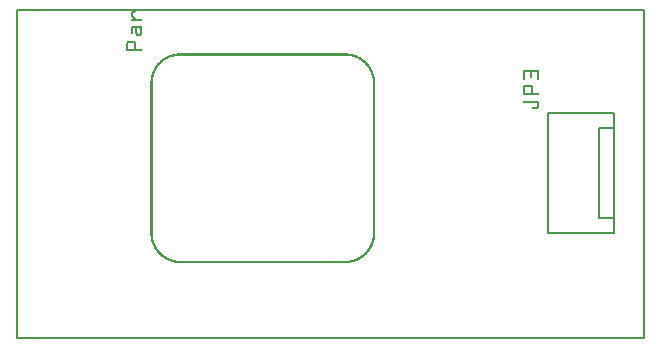
<source format=gto>
G04 MADE WITH FRITZING*
G04 WWW.FRITZING.ORG*
G04 DOUBLE SIDED*
G04 HOLES PLATED*
G04 CONTOUR ON CENTER OF CONTOUR VECTOR*
%ASAXBY*%
%FSLAX23Y23*%
%MOIN*%
%OFA0B0*%
%SFA1.0B1.0*%
%ADD10R,2.099290X1.100650X2.083290X1.084650*%
%ADD11C,0.008000*%
%ADD12C,0.005000*%
%ADD13R,0.001000X0.001000*%
%LNSILK1*%
G90*
G70*
G54D11*
X4Y1097D02*
X2095Y1097D01*
X2095Y4D01*
X4Y4D01*
X4Y1097D01*
D02*
G54D12*
X1774Y351D02*
X1994Y351D01*
D02*
X1774Y751D02*
X1994Y751D01*
D02*
X1774Y751D02*
X1774Y351D01*
D02*
X1994Y751D02*
X1994Y701D01*
D02*
X1994Y701D02*
X1994Y401D01*
D02*
X1994Y401D02*
X1994Y351D01*
D02*
X1994Y401D02*
X1944Y401D01*
D02*
X1944Y401D02*
X1944Y701D01*
D02*
X1944Y701D02*
X1994Y701D01*
G54D13*
X390Y1093D02*
X397Y1093D01*
X389Y1092D02*
X398Y1092D01*
X387Y1091D02*
X399Y1091D01*
X386Y1090D02*
X399Y1090D01*
X386Y1089D02*
X398Y1089D01*
X385Y1088D02*
X398Y1088D01*
X385Y1087D02*
X396Y1087D01*
X384Y1086D02*
X391Y1086D01*
X384Y1085D02*
X390Y1085D01*
X384Y1084D02*
X390Y1084D01*
X384Y1083D02*
X390Y1083D01*
X384Y1082D02*
X390Y1082D01*
X384Y1081D02*
X390Y1081D01*
X384Y1080D02*
X390Y1080D01*
X384Y1079D02*
X390Y1079D01*
X384Y1078D02*
X390Y1078D01*
X384Y1077D02*
X391Y1077D01*
X384Y1076D02*
X391Y1076D01*
X384Y1075D02*
X392Y1075D01*
X385Y1074D02*
X393Y1074D01*
X386Y1073D02*
X394Y1073D01*
X387Y1072D02*
X395Y1072D01*
X387Y1071D02*
X396Y1071D01*
X388Y1070D02*
X397Y1070D01*
X389Y1069D02*
X397Y1069D01*
X390Y1068D02*
X398Y1068D01*
X391Y1067D02*
X399Y1067D01*
X386Y1066D02*
X420Y1066D01*
X385Y1065D02*
X421Y1065D01*
X384Y1064D02*
X422Y1064D01*
X384Y1063D02*
X422Y1063D01*
X384Y1062D02*
X422Y1062D01*
X384Y1061D02*
X422Y1061D01*
X385Y1060D02*
X421Y1060D01*
X396Y1043D02*
X421Y1043D01*
X390Y1042D02*
X422Y1042D01*
X388Y1041D02*
X422Y1041D01*
X387Y1040D02*
X422Y1040D01*
X386Y1039D02*
X422Y1039D01*
X385Y1038D02*
X421Y1038D01*
X385Y1037D02*
X420Y1037D01*
X385Y1036D02*
X396Y1036D01*
X399Y1036D02*
X407Y1036D01*
X412Y1036D02*
X419Y1036D01*
X384Y1035D02*
X391Y1035D01*
X399Y1035D02*
X405Y1035D01*
X413Y1035D02*
X420Y1035D01*
X384Y1034D02*
X390Y1034D01*
X399Y1034D02*
X405Y1034D01*
X413Y1034D02*
X421Y1034D01*
X384Y1033D02*
X390Y1033D01*
X399Y1033D02*
X405Y1033D01*
X414Y1033D02*
X421Y1033D01*
X384Y1032D02*
X390Y1032D01*
X399Y1032D02*
X405Y1032D01*
X415Y1032D02*
X422Y1032D01*
X384Y1031D02*
X390Y1031D01*
X399Y1031D02*
X405Y1031D01*
X415Y1031D02*
X422Y1031D01*
X384Y1030D02*
X390Y1030D01*
X399Y1030D02*
X405Y1030D01*
X416Y1030D02*
X422Y1030D01*
X384Y1029D02*
X390Y1029D01*
X399Y1029D02*
X405Y1029D01*
X416Y1029D02*
X422Y1029D01*
X384Y1028D02*
X390Y1028D01*
X399Y1028D02*
X405Y1028D01*
X416Y1028D02*
X422Y1028D01*
X384Y1027D02*
X390Y1027D01*
X399Y1027D02*
X405Y1027D01*
X416Y1027D02*
X422Y1027D01*
X384Y1026D02*
X390Y1026D01*
X399Y1026D02*
X405Y1026D01*
X416Y1026D02*
X422Y1026D01*
X384Y1025D02*
X390Y1025D01*
X399Y1025D02*
X405Y1025D01*
X416Y1025D02*
X422Y1025D01*
X384Y1024D02*
X390Y1024D01*
X399Y1024D02*
X405Y1024D01*
X416Y1024D02*
X422Y1024D01*
X384Y1023D02*
X390Y1023D01*
X399Y1023D02*
X405Y1023D01*
X416Y1023D02*
X422Y1023D01*
X384Y1022D02*
X390Y1022D01*
X399Y1022D02*
X405Y1022D01*
X416Y1022D02*
X422Y1022D01*
X384Y1021D02*
X390Y1021D01*
X399Y1021D02*
X405Y1021D01*
X416Y1021D02*
X422Y1021D01*
X384Y1020D02*
X390Y1020D01*
X399Y1020D02*
X405Y1020D01*
X416Y1020D02*
X422Y1020D01*
X384Y1019D02*
X390Y1019D01*
X399Y1019D02*
X405Y1019D01*
X416Y1019D02*
X422Y1019D01*
X384Y1018D02*
X389Y1018D01*
X399Y1018D02*
X405Y1018D01*
X416Y1018D02*
X422Y1018D01*
X385Y1017D02*
X389Y1017D01*
X399Y1017D02*
X406Y1017D01*
X415Y1017D02*
X422Y1017D01*
X399Y1016D02*
X422Y1016D01*
X400Y1015D02*
X421Y1015D01*
X400Y1014D02*
X421Y1014D01*
X401Y1013D02*
X420Y1013D01*
X402Y1012D02*
X419Y1012D01*
X403Y1011D02*
X418Y1011D01*
X405Y1010D02*
X416Y1010D01*
X376Y993D02*
X395Y993D01*
X374Y992D02*
X397Y992D01*
X373Y991D02*
X398Y991D01*
X372Y990D02*
X399Y990D01*
X371Y989D02*
X400Y989D01*
X370Y988D02*
X401Y988D01*
X370Y987D02*
X401Y987D01*
X370Y986D02*
X377Y986D01*
X394Y986D02*
X401Y986D01*
X369Y985D02*
X376Y985D01*
X395Y985D02*
X402Y985D01*
X369Y984D02*
X375Y984D01*
X396Y984D02*
X402Y984D01*
X369Y983D02*
X375Y983D01*
X396Y983D02*
X402Y983D01*
X369Y982D02*
X375Y982D01*
X396Y982D02*
X402Y982D01*
X369Y981D02*
X375Y981D01*
X396Y981D02*
X402Y981D01*
X369Y980D02*
X375Y980D01*
X396Y980D02*
X402Y980D01*
X369Y979D02*
X375Y979D01*
X396Y979D02*
X402Y979D01*
X369Y978D02*
X375Y978D01*
X396Y978D02*
X402Y978D01*
X369Y977D02*
X375Y977D01*
X396Y977D02*
X402Y977D01*
X369Y976D02*
X375Y976D01*
X396Y976D02*
X402Y976D01*
X369Y975D02*
X375Y975D01*
X396Y975D02*
X402Y975D01*
X369Y974D02*
X375Y974D01*
X396Y974D02*
X402Y974D01*
X369Y973D02*
X375Y973D01*
X396Y973D02*
X402Y973D01*
X369Y972D02*
X375Y972D01*
X396Y972D02*
X402Y972D01*
X369Y971D02*
X375Y971D01*
X396Y971D02*
X402Y971D01*
X369Y970D02*
X375Y970D01*
X396Y970D02*
X402Y970D01*
X369Y969D02*
X375Y969D01*
X396Y969D02*
X402Y969D01*
X369Y968D02*
X375Y968D01*
X396Y968D02*
X402Y968D01*
X369Y967D02*
X375Y967D01*
X396Y967D02*
X402Y967D01*
X369Y966D02*
X420Y966D01*
X369Y965D02*
X421Y965D01*
X369Y964D02*
X422Y964D01*
X369Y963D02*
X422Y963D01*
X369Y962D02*
X422Y962D01*
X369Y961D02*
X422Y961D01*
X369Y960D02*
X421Y960D01*
X539Y951D02*
X1108Y951D01*
X532Y950D02*
X1115Y950D01*
X527Y949D02*
X1120Y949D01*
X523Y948D02*
X1124Y948D01*
X520Y947D02*
X1127Y947D01*
X517Y946D02*
X1130Y946D01*
X514Y945D02*
X1133Y945D01*
X511Y944D02*
X1136Y944D01*
X509Y943D02*
X538Y943D01*
X1109Y943D02*
X1138Y943D01*
X507Y942D02*
X531Y942D01*
X1116Y942D02*
X1140Y942D01*
X505Y941D02*
X526Y941D01*
X1121Y941D02*
X1142Y941D01*
X503Y940D02*
X523Y940D01*
X1124Y940D02*
X1144Y940D01*
X501Y939D02*
X519Y939D01*
X1128Y939D02*
X1146Y939D01*
X499Y938D02*
X516Y938D01*
X1131Y938D02*
X1148Y938D01*
X497Y937D02*
X514Y937D01*
X1133Y937D02*
X1150Y937D01*
X496Y936D02*
X512Y936D01*
X1135Y936D02*
X1151Y936D01*
X494Y935D02*
X509Y935D01*
X1138Y935D02*
X1153Y935D01*
X493Y934D02*
X507Y934D01*
X1140Y934D02*
X1154Y934D01*
X491Y933D02*
X505Y933D01*
X1142Y933D02*
X1156Y933D01*
X490Y932D02*
X503Y932D01*
X1144Y932D02*
X1157Y932D01*
X489Y931D02*
X502Y931D01*
X1145Y931D02*
X1158Y931D01*
X487Y930D02*
X500Y930D01*
X1147Y930D02*
X1160Y930D01*
X486Y929D02*
X498Y929D01*
X1149Y929D02*
X1161Y929D01*
X485Y928D02*
X497Y928D01*
X1150Y928D02*
X1162Y928D01*
X483Y927D02*
X495Y927D01*
X1152Y927D02*
X1164Y927D01*
X482Y926D02*
X494Y926D01*
X1153Y926D02*
X1165Y926D01*
X481Y925D02*
X493Y925D01*
X1154Y925D02*
X1166Y925D01*
X480Y924D02*
X491Y924D01*
X1156Y924D02*
X1167Y924D01*
X479Y923D02*
X490Y923D01*
X1157Y923D02*
X1168Y923D01*
X478Y922D02*
X489Y922D01*
X1158Y922D02*
X1169Y922D01*
X477Y921D02*
X488Y921D01*
X1159Y921D02*
X1170Y921D01*
X476Y920D02*
X487Y920D01*
X1160Y920D02*
X1171Y920D01*
X475Y919D02*
X486Y919D01*
X1161Y919D02*
X1172Y919D01*
X474Y918D02*
X485Y918D01*
X1162Y918D02*
X1173Y918D01*
X473Y917D02*
X483Y917D01*
X1164Y917D02*
X1174Y917D01*
X473Y916D02*
X482Y916D01*
X1165Y916D02*
X1174Y916D01*
X472Y915D02*
X482Y915D01*
X1165Y915D02*
X1175Y915D01*
X471Y914D02*
X481Y914D01*
X1166Y914D02*
X1176Y914D01*
X470Y913D02*
X480Y913D01*
X1167Y913D02*
X1177Y913D01*
X470Y912D02*
X479Y912D01*
X1168Y912D02*
X1177Y912D01*
X469Y911D02*
X478Y911D01*
X1169Y911D02*
X1178Y911D01*
X468Y910D02*
X477Y910D01*
X1170Y910D02*
X1179Y910D01*
X467Y909D02*
X476Y909D01*
X1171Y909D02*
X1180Y909D01*
X467Y908D02*
X475Y908D01*
X1172Y908D02*
X1180Y908D01*
X466Y907D02*
X475Y907D01*
X1172Y907D02*
X1181Y907D01*
X465Y906D02*
X474Y906D01*
X1173Y906D02*
X1182Y906D01*
X465Y905D02*
X473Y905D01*
X1174Y905D02*
X1182Y905D01*
X464Y904D02*
X472Y904D01*
X1175Y904D02*
X1183Y904D01*
X463Y903D02*
X472Y903D01*
X1175Y903D02*
X1184Y903D01*
X463Y902D02*
X471Y902D01*
X1176Y902D02*
X1184Y902D01*
X462Y901D02*
X470Y901D01*
X1177Y901D02*
X1185Y901D01*
X462Y900D02*
X470Y900D01*
X1177Y900D02*
X1185Y900D01*
X461Y899D02*
X469Y899D01*
X1178Y899D02*
X1186Y899D01*
X461Y898D02*
X469Y898D01*
X1178Y898D02*
X1186Y898D01*
X460Y897D02*
X468Y897D01*
X1179Y897D02*
X1187Y897D01*
X460Y896D02*
X467Y896D01*
X1180Y896D02*
X1187Y896D01*
X1696Y896D02*
X1713Y896D01*
X1723Y896D02*
X1740Y896D01*
X459Y895D02*
X467Y895D01*
X1180Y895D02*
X1188Y895D01*
X1694Y895D02*
X1716Y895D01*
X1720Y895D02*
X1742Y895D01*
X459Y894D02*
X466Y894D01*
X1181Y894D02*
X1188Y894D01*
X1693Y894D02*
X1717Y894D01*
X1719Y894D02*
X1743Y894D01*
X458Y893D02*
X466Y893D01*
X1181Y893D02*
X1189Y893D01*
X1693Y893D02*
X1744Y893D01*
X458Y892D02*
X465Y892D01*
X1182Y892D02*
X1189Y892D01*
X1692Y892D02*
X1744Y892D01*
X457Y891D02*
X465Y891D01*
X1182Y891D02*
X1190Y891D01*
X1692Y891D02*
X1744Y891D01*
X457Y890D02*
X464Y890D01*
X1183Y890D02*
X1190Y890D01*
X1692Y890D02*
X1745Y890D01*
X456Y889D02*
X464Y889D01*
X1183Y889D02*
X1191Y889D01*
X1692Y889D02*
X1698Y889D01*
X1713Y889D02*
X1723Y889D01*
X1739Y889D02*
X1745Y889D01*
X456Y888D02*
X464Y888D01*
X1183Y888D02*
X1191Y888D01*
X1692Y888D02*
X1698Y888D01*
X1714Y888D02*
X1722Y888D01*
X1739Y888D02*
X1745Y888D01*
X456Y887D02*
X463Y887D01*
X1184Y887D02*
X1191Y887D01*
X1692Y887D02*
X1698Y887D01*
X1715Y887D02*
X1721Y887D01*
X1739Y887D02*
X1745Y887D01*
X455Y886D02*
X463Y886D01*
X1184Y886D02*
X1192Y886D01*
X1692Y886D02*
X1698Y886D01*
X1715Y886D02*
X1721Y886D01*
X1739Y886D02*
X1745Y886D01*
X455Y885D02*
X462Y885D01*
X1185Y885D02*
X1192Y885D01*
X1692Y885D02*
X1698Y885D01*
X1715Y885D02*
X1721Y885D01*
X1739Y885D02*
X1745Y885D01*
X455Y884D02*
X462Y884D01*
X1185Y884D02*
X1192Y884D01*
X1692Y884D02*
X1698Y884D01*
X1715Y884D02*
X1721Y884D01*
X1739Y884D02*
X1745Y884D01*
X454Y883D02*
X461Y883D01*
X1186Y883D02*
X1193Y883D01*
X1692Y883D02*
X1698Y883D01*
X1715Y883D02*
X1721Y883D01*
X1739Y883D02*
X1745Y883D01*
X454Y882D02*
X461Y882D01*
X1186Y882D02*
X1193Y882D01*
X1692Y882D02*
X1698Y882D01*
X1715Y882D02*
X1721Y882D01*
X1739Y882D02*
X1745Y882D01*
X454Y881D02*
X461Y881D01*
X1186Y881D02*
X1193Y881D01*
X1692Y881D02*
X1698Y881D01*
X1715Y881D02*
X1721Y881D01*
X1739Y881D02*
X1745Y881D01*
X453Y880D02*
X460Y880D01*
X1187Y880D02*
X1194Y880D01*
X1692Y880D02*
X1698Y880D01*
X1715Y880D02*
X1721Y880D01*
X1739Y880D02*
X1745Y880D01*
X453Y879D02*
X460Y879D01*
X1187Y879D02*
X1194Y879D01*
X1692Y879D02*
X1698Y879D01*
X1715Y879D02*
X1721Y879D01*
X1739Y879D02*
X1745Y879D01*
X453Y878D02*
X460Y878D01*
X1187Y878D02*
X1194Y878D01*
X1692Y878D02*
X1698Y878D01*
X1715Y878D02*
X1721Y878D01*
X1739Y878D02*
X1745Y878D01*
X452Y877D02*
X460Y877D01*
X1187Y877D02*
X1195Y877D01*
X1692Y877D02*
X1698Y877D01*
X1715Y877D02*
X1721Y877D01*
X1739Y877D02*
X1745Y877D01*
X452Y876D02*
X459Y876D01*
X1188Y876D02*
X1195Y876D01*
X1692Y876D02*
X1698Y876D01*
X1715Y876D02*
X1721Y876D01*
X1739Y876D02*
X1745Y876D01*
X452Y875D02*
X459Y875D01*
X1188Y875D02*
X1195Y875D01*
X1692Y875D02*
X1698Y875D01*
X1715Y875D02*
X1721Y875D01*
X1739Y875D02*
X1745Y875D01*
X452Y874D02*
X459Y874D01*
X1188Y874D02*
X1195Y874D01*
X1692Y874D02*
X1698Y874D01*
X1715Y874D02*
X1721Y874D01*
X1739Y874D02*
X1745Y874D01*
X451Y873D02*
X458Y873D01*
X1189Y873D02*
X1196Y873D01*
X1692Y873D02*
X1698Y873D01*
X1715Y873D02*
X1721Y873D01*
X1739Y873D02*
X1745Y873D01*
X451Y872D02*
X458Y872D01*
X1189Y872D02*
X1196Y872D01*
X1692Y872D02*
X1698Y872D01*
X1715Y872D02*
X1721Y872D01*
X1739Y872D02*
X1745Y872D01*
X451Y871D02*
X458Y871D01*
X1189Y871D02*
X1196Y871D01*
X1692Y871D02*
X1698Y871D01*
X1715Y871D02*
X1721Y871D01*
X1739Y871D02*
X1745Y871D01*
X451Y870D02*
X458Y870D01*
X1189Y870D02*
X1196Y870D01*
X1692Y870D02*
X1698Y870D01*
X1716Y870D02*
X1720Y870D01*
X1739Y870D02*
X1745Y870D01*
X451Y869D02*
X458Y869D01*
X1189Y869D02*
X1196Y869D01*
X1692Y869D02*
X1698Y869D01*
X1717Y869D02*
X1719Y869D01*
X1739Y869D02*
X1745Y869D01*
X450Y868D02*
X457Y868D01*
X1190Y868D02*
X1197Y868D01*
X1692Y868D02*
X1698Y868D01*
X1739Y868D02*
X1745Y868D01*
X450Y867D02*
X457Y867D01*
X1190Y867D02*
X1197Y867D01*
X1692Y867D02*
X1698Y867D01*
X1739Y867D02*
X1745Y867D01*
X450Y866D02*
X457Y866D01*
X1190Y866D02*
X1197Y866D01*
X1692Y866D02*
X1698Y866D01*
X1739Y866D02*
X1745Y866D01*
X450Y865D02*
X457Y865D01*
X1190Y865D02*
X1197Y865D01*
X1692Y865D02*
X1697Y865D01*
X1739Y865D02*
X1745Y865D01*
X450Y864D02*
X457Y864D01*
X1190Y864D02*
X1197Y864D01*
X1692Y864D02*
X1697Y864D01*
X1739Y864D02*
X1744Y864D01*
X450Y863D02*
X457Y863D01*
X1190Y863D02*
X1197Y863D01*
X1693Y863D02*
X1697Y863D01*
X1740Y863D02*
X1744Y863D01*
X450Y862D02*
X457Y862D01*
X1190Y862D02*
X1197Y862D01*
X1694Y862D02*
X1695Y862D01*
X1741Y862D02*
X1742Y862D01*
X450Y861D02*
X456Y861D01*
X1191Y861D02*
X1197Y861D01*
X449Y860D02*
X456Y860D01*
X1191Y860D02*
X1198Y860D01*
X449Y859D02*
X456Y859D01*
X1191Y859D02*
X1198Y859D01*
X449Y858D02*
X456Y858D01*
X1191Y858D02*
X1198Y858D01*
X449Y857D02*
X456Y857D01*
X1191Y857D02*
X1198Y857D01*
X449Y856D02*
X456Y856D01*
X1191Y856D02*
X1198Y856D01*
X449Y855D02*
X456Y855D01*
X1191Y855D02*
X1198Y855D01*
X449Y854D02*
X456Y854D01*
X1191Y854D02*
X1198Y854D01*
X449Y853D02*
X456Y853D01*
X1191Y853D02*
X1198Y853D01*
X449Y852D02*
X456Y852D01*
X1191Y852D02*
X1198Y852D01*
X449Y851D02*
X456Y851D01*
X1191Y851D02*
X1198Y851D01*
X449Y850D02*
X456Y850D01*
X1191Y850D02*
X1198Y850D01*
X449Y849D02*
X456Y849D01*
X1191Y849D02*
X1198Y849D01*
X449Y848D02*
X456Y848D01*
X1191Y848D02*
X1198Y848D01*
X449Y847D02*
X456Y847D01*
X1191Y847D02*
X1198Y847D01*
X449Y846D02*
X456Y846D01*
X1191Y846D02*
X1198Y846D01*
X1699Y846D02*
X1716Y846D01*
X449Y845D02*
X456Y845D01*
X1191Y845D02*
X1198Y845D01*
X1697Y845D02*
X1719Y845D01*
X449Y844D02*
X456Y844D01*
X1191Y844D02*
X1198Y844D01*
X1695Y844D02*
X1720Y844D01*
X449Y843D02*
X456Y843D01*
X1191Y843D02*
X1198Y843D01*
X1694Y843D02*
X1721Y843D01*
X449Y842D02*
X456Y842D01*
X1191Y842D02*
X1198Y842D01*
X1693Y842D02*
X1722Y842D01*
X449Y841D02*
X456Y841D01*
X1191Y841D02*
X1198Y841D01*
X1693Y841D02*
X1723Y841D01*
X449Y840D02*
X456Y840D01*
X1191Y840D02*
X1198Y840D01*
X1692Y840D02*
X1723Y840D01*
X449Y839D02*
X456Y839D01*
X1191Y839D02*
X1198Y839D01*
X1692Y839D02*
X1699Y839D01*
X1716Y839D02*
X1724Y839D01*
X449Y838D02*
X456Y838D01*
X1191Y838D02*
X1198Y838D01*
X1692Y838D02*
X1698Y838D01*
X1717Y838D02*
X1724Y838D01*
X449Y837D02*
X456Y837D01*
X1191Y837D02*
X1198Y837D01*
X1692Y837D02*
X1698Y837D01*
X1718Y837D02*
X1724Y837D01*
X449Y836D02*
X456Y836D01*
X1191Y836D02*
X1198Y836D01*
X1692Y836D02*
X1698Y836D01*
X1718Y836D02*
X1724Y836D01*
X449Y835D02*
X456Y835D01*
X1191Y835D02*
X1198Y835D01*
X1692Y835D02*
X1698Y835D01*
X1718Y835D02*
X1724Y835D01*
X449Y834D02*
X456Y834D01*
X1191Y834D02*
X1198Y834D01*
X1692Y834D02*
X1698Y834D01*
X1718Y834D02*
X1724Y834D01*
X449Y833D02*
X456Y833D01*
X1191Y833D02*
X1198Y833D01*
X1692Y833D02*
X1698Y833D01*
X1718Y833D02*
X1724Y833D01*
X449Y832D02*
X456Y832D01*
X1191Y832D02*
X1198Y832D01*
X1692Y832D02*
X1698Y832D01*
X1718Y832D02*
X1724Y832D01*
X449Y831D02*
X456Y831D01*
X1191Y831D02*
X1198Y831D01*
X1692Y831D02*
X1698Y831D01*
X1718Y831D02*
X1724Y831D01*
X449Y830D02*
X456Y830D01*
X1191Y830D02*
X1198Y830D01*
X1692Y830D02*
X1698Y830D01*
X1718Y830D02*
X1724Y830D01*
X449Y829D02*
X456Y829D01*
X1191Y829D02*
X1198Y829D01*
X1692Y829D02*
X1698Y829D01*
X1718Y829D02*
X1724Y829D01*
X449Y828D02*
X456Y828D01*
X1191Y828D02*
X1198Y828D01*
X1692Y828D02*
X1698Y828D01*
X1718Y828D02*
X1724Y828D01*
X449Y827D02*
X456Y827D01*
X1191Y827D02*
X1198Y827D01*
X1692Y827D02*
X1698Y827D01*
X1718Y827D02*
X1724Y827D01*
X449Y826D02*
X456Y826D01*
X1191Y826D02*
X1198Y826D01*
X1692Y826D02*
X1698Y826D01*
X1718Y826D02*
X1724Y826D01*
X449Y825D02*
X456Y825D01*
X1191Y825D02*
X1198Y825D01*
X1692Y825D02*
X1698Y825D01*
X1718Y825D02*
X1724Y825D01*
X449Y824D02*
X456Y824D01*
X1191Y824D02*
X1198Y824D01*
X1692Y824D02*
X1698Y824D01*
X1718Y824D02*
X1724Y824D01*
X449Y823D02*
X456Y823D01*
X1191Y823D02*
X1198Y823D01*
X1692Y823D02*
X1698Y823D01*
X1718Y823D02*
X1724Y823D01*
X449Y822D02*
X456Y822D01*
X1191Y822D02*
X1198Y822D01*
X1692Y822D02*
X1698Y822D01*
X1718Y822D02*
X1724Y822D01*
X449Y821D02*
X456Y821D01*
X1191Y821D02*
X1198Y821D01*
X1692Y821D02*
X1698Y821D01*
X1718Y821D02*
X1724Y821D01*
X449Y820D02*
X456Y820D01*
X1191Y820D02*
X1198Y820D01*
X1692Y820D02*
X1698Y820D01*
X1718Y820D02*
X1724Y820D01*
X449Y819D02*
X456Y819D01*
X1191Y819D02*
X1198Y819D01*
X1692Y819D02*
X1698Y819D01*
X1718Y819D02*
X1724Y819D01*
X449Y818D02*
X456Y818D01*
X1191Y818D02*
X1198Y818D01*
X1692Y818D02*
X1743Y818D01*
X449Y817D02*
X456Y817D01*
X1191Y817D02*
X1198Y817D01*
X1692Y817D02*
X1744Y817D01*
X449Y816D02*
X456Y816D01*
X1191Y816D02*
X1198Y816D01*
X1692Y816D02*
X1745Y816D01*
X449Y815D02*
X456Y815D01*
X1191Y815D02*
X1198Y815D01*
X1692Y815D02*
X1745Y815D01*
X449Y814D02*
X456Y814D01*
X1191Y814D02*
X1198Y814D01*
X1692Y814D02*
X1744Y814D01*
X449Y813D02*
X456Y813D01*
X1191Y813D02*
X1198Y813D01*
X1692Y813D02*
X1744Y813D01*
X449Y812D02*
X456Y812D01*
X1191Y812D02*
X1198Y812D01*
X1692Y812D02*
X1742Y812D01*
X449Y811D02*
X456Y811D01*
X1191Y811D02*
X1198Y811D01*
X449Y810D02*
X456Y810D01*
X1191Y810D02*
X1198Y810D01*
X449Y809D02*
X456Y809D01*
X1191Y809D02*
X1198Y809D01*
X449Y808D02*
X456Y808D01*
X1191Y808D02*
X1198Y808D01*
X449Y807D02*
X456Y807D01*
X1191Y807D02*
X1198Y807D01*
X449Y806D02*
X456Y806D01*
X1191Y806D02*
X1198Y806D01*
X449Y805D02*
X456Y805D01*
X1191Y805D02*
X1198Y805D01*
X449Y804D02*
X456Y804D01*
X1191Y804D02*
X1198Y804D01*
X449Y803D02*
X456Y803D01*
X1191Y803D02*
X1198Y803D01*
X449Y802D02*
X456Y802D01*
X1191Y802D02*
X1198Y802D01*
X449Y801D02*
X456Y801D01*
X1191Y801D02*
X1198Y801D01*
X449Y800D02*
X456Y800D01*
X1191Y800D02*
X1198Y800D01*
X449Y799D02*
X456Y799D01*
X1191Y799D02*
X1198Y799D01*
X449Y798D02*
X456Y798D01*
X1191Y798D02*
X1198Y798D01*
X449Y797D02*
X456Y797D01*
X1191Y797D02*
X1198Y797D01*
X449Y796D02*
X456Y796D01*
X1191Y796D02*
X1198Y796D01*
X449Y795D02*
X456Y795D01*
X1191Y795D02*
X1198Y795D01*
X449Y794D02*
X456Y794D01*
X1191Y794D02*
X1198Y794D01*
X449Y793D02*
X456Y793D01*
X1191Y793D02*
X1198Y793D01*
X1695Y793D02*
X1734Y793D01*
X449Y792D02*
X456Y792D01*
X1191Y792D02*
X1198Y792D01*
X1693Y792D02*
X1739Y792D01*
X449Y791D02*
X456Y791D01*
X1191Y791D02*
X1198Y791D01*
X1692Y791D02*
X1740Y791D01*
X449Y790D02*
X456Y790D01*
X1191Y790D02*
X1198Y790D01*
X1692Y790D02*
X1741Y790D01*
X449Y789D02*
X456Y789D01*
X1191Y789D02*
X1198Y789D01*
X1692Y789D02*
X1742Y789D01*
X449Y788D02*
X456Y788D01*
X1191Y788D02*
X1198Y788D01*
X1692Y788D02*
X1743Y788D01*
X449Y787D02*
X456Y787D01*
X1191Y787D02*
X1198Y787D01*
X1693Y787D02*
X1744Y787D01*
X449Y786D02*
X456Y786D01*
X1191Y786D02*
X1198Y786D01*
X1695Y786D02*
X1744Y786D01*
X449Y785D02*
X456Y785D01*
X1191Y785D02*
X1198Y785D01*
X1737Y785D02*
X1744Y785D01*
X449Y784D02*
X456Y784D01*
X1191Y784D02*
X1198Y784D01*
X1738Y784D02*
X1745Y784D01*
X449Y783D02*
X456Y783D01*
X1191Y783D02*
X1198Y783D01*
X1739Y783D02*
X1745Y783D01*
X449Y782D02*
X456Y782D01*
X1191Y782D02*
X1198Y782D01*
X1739Y782D02*
X1745Y782D01*
X449Y781D02*
X456Y781D01*
X1191Y781D02*
X1198Y781D01*
X1739Y781D02*
X1745Y781D01*
X449Y780D02*
X456Y780D01*
X1191Y780D02*
X1198Y780D01*
X1739Y780D02*
X1745Y780D01*
X449Y779D02*
X456Y779D01*
X1191Y779D02*
X1198Y779D01*
X1739Y779D02*
X1745Y779D01*
X449Y778D02*
X456Y778D01*
X1191Y778D02*
X1198Y778D01*
X1739Y778D02*
X1745Y778D01*
X449Y777D02*
X456Y777D01*
X1191Y777D02*
X1198Y777D01*
X1739Y777D02*
X1745Y777D01*
X449Y776D02*
X456Y776D01*
X1191Y776D02*
X1198Y776D01*
X1739Y776D02*
X1745Y776D01*
X449Y775D02*
X456Y775D01*
X1191Y775D02*
X1198Y775D01*
X1738Y775D02*
X1745Y775D01*
X449Y774D02*
X456Y774D01*
X1191Y774D02*
X1198Y774D01*
X1738Y774D02*
X1744Y774D01*
X449Y773D02*
X456Y773D01*
X1191Y773D02*
X1198Y773D01*
X1737Y773D02*
X1744Y773D01*
X449Y772D02*
X456Y772D01*
X1191Y772D02*
X1198Y772D01*
X1723Y772D02*
X1744Y772D01*
X449Y771D02*
X456Y771D01*
X1191Y771D02*
X1198Y771D01*
X1722Y771D02*
X1743Y771D01*
X449Y770D02*
X456Y770D01*
X1191Y770D02*
X1198Y770D01*
X1721Y770D02*
X1743Y770D01*
X449Y769D02*
X456Y769D01*
X1191Y769D02*
X1198Y769D01*
X1721Y769D02*
X1742Y769D01*
X449Y768D02*
X456Y768D01*
X1191Y768D02*
X1198Y768D01*
X1721Y768D02*
X1741Y768D01*
X449Y767D02*
X456Y767D01*
X1191Y767D02*
X1198Y767D01*
X1722Y767D02*
X1740Y767D01*
X449Y766D02*
X456Y766D01*
X1191Y766D02*
X1198Y766D01*
X1723Y766D02*
X1738Y766D01*
X449Y765D02*
X456Y765D01*
X1191Y765D02*
X1198Y765D01*
X449Y764D02*
X456Y764D01*
X1191Y764D02*
X1198Y764D01*
X449Y763D02*
X456Y763D01*
X1191Y763D02*
X1198Y763D01*
X449Y762D02*
X456Y762D01*
X1191Y762D02*
X1198Y762D01*
X449Y761D02*
X456Y761D01*
X1191Y761D02*
X1198Y761D01*
X449Y760D02*
X456Y760D01*
X1191Y760D02*
X1198Y760D01*
X449Y759D02*
X456Y759D01*
X1191Y759D02*
X1198Y759D01*
X449Y758D02*
X456Y758D01*
X1191Y758D02*
X1198Y758D01*
X449Y757D02*
X456Y757D01*
X1191Y757D02*
X1198Y757D01*
X449Y756D02*
X456Y756D01*
X1191Y756D02*
X1198Y756D01*
X449Y755D02*
X456Y755D01*
X1191Y755D02*
X1198Y755D01*
X449Y754D02*
X456Y754D01*
X1191Y754D02*
X1198Y754D01*
X449Y753D02*
X456Y753D01*
X1191Y753D02*
X1198Y753D01*
X449Y752D02*
X456Y752D01*
X1191Y752D02*
X1198Y752D01*
X449Y751D02*
X456Y751D01*
X1191Y751D02*
X1198Y751D01*
X449Y750D02*
X456Y750D01*
X1191Y750D02*
X1198Y750D01*
X449Y749D02*
X456Y749D01*
X1191Y749D02*
X1198Y749D01*
X449Y748D02*
X456Y748D01*
X1191Y748D02*
X1198Y748D01*
X449Y747D02*
X456Y747D01*
X1191Y747D02*
X1198Y747D01*
X449Y746D02*
X456Y746D01*
X1191Y746D02*
X1198Y746D01*
X449Y745D02*
X456Y745D01*
X1191Y745D02*
X1198Y745D01*
X449Y744D02*
X456Y744D01*
X1191Y744D02*
X1198Y744D01*
X449Y743D02*
X456Y743D01*
X1191Y743D02*
X1198Y743D01*
X449Y742D02*
X456Y742D01*
X1191Y742D02*
X1198Y742D01*
X449Y741D02*
X456Y741D01*
X1191Y741D02*
X1198Y741D01*
X449Y740D02*
X456Y740D01*
X1191Y740D02*
X1198Y740D01*
X449Y739D02*
X456Y739D01*
X1191Y739D02*
X1198Y739D01*
X449Y738D02*
X456Y738D01*
X1191Y738D02*
X1198Y738D01*
X449Y737D02*
X456Y737D01*
X1191Y737D02*
X1198Y737D01*
X449Y736D02*
X456Y736D01*
X1191Y736D02*
X1198Y736D01*
X449Y735D02*
X456Y735D01*
X1191Y735D02*
X1198Y735D01*
X449Y734D02*
X456Y734D01*
X1191Y734D02*
X1198Y734D01*
X449Y733D02*
X456Y733D01*
X1191Y733D02*
X1198Y733D01*
X449Y732D02*
X456Y732D01*
X1191Y732D02*
X1198Y732D01*
X449Y731D02*
X456Y731D01*
X1191Y731D02*
X1198Y731D01*
X449Y730D02*
X456Y730D01*
X1191Y730D02*
X1198Y730D01*
X449Y729D02*
X456Y729D01*
X1191Y729D02*
X1198Y729D01*
X449Y728D02*
X456Y728D01*
X1191Y728D02*
X1198Y728D01*
X449Y727D02*
X456Y727D01*
X1191Y727D02*
X1198Y727D01*
X449Y726D02*
X456Y726D01*
X1191Y726D02*
X1198Y726D01*
X449Y725D02*
X456Y725D01*
X1191Y725D02*
X1198Y725D01*
X449Y724D02*
X456Y724D01*
X1191Y724D02*
X1198Y724D01*
X449Y723D02*
X456Y723D01*
X1191Y723D02*
X1198Y723D01*
X449Y722D02*
X456Y722D01*
X1191Y722D02*
X1198Y722D01*
X449Y721D02*
X456Y721D01*
X1191Y721D02*
X1198Y721D01*
X449Y720D02*
X456Y720D01*
X1191Y720D02*
X1198Y720D01*
X449Y719D02*
X456Y719D01*
X1191Y719D02*
X1198Y719D01*
X449Y718D02*
X456Y718D01*
X1191Y718D02*
X1198Y718D01*
X449Y717D02*
X456Y717D01*
X1191Y717D02*
X1198Y717D01*
X449Y716D02*
X456Y716D01*
X1191Y716D02*
X1198Y716D01*
X449Y715D02*
X456Y715D01*
X1191Y715D02*
X1198Y715D01*
X449Y714D02*
X456Y714D01*
X1191Y714D02*
X1198Y714D01*
X449Y713D02*
X456Y713D01*
X1191Y713D02*
X1198Y713D01*
X449Y712D02*
X456Y712D01*
X1191Y712D02*
X1198Y712D01*
X449Y711D02*
X456Y711D01*
X1191Y711D02*
X1198Y711D01*
X449Y710D02*
X456Y710D01*
X1191Y710D02*
X1198Y710D01*
X449Y709D02*
X456Y709D01*
X1191Y709D02*
X1198Y709D01*
X449Y708D02*
X456Y708D01*
X1191Y708D02*
X1198Y708D01*
X449Y707D02*
X456Y707D01*
X1191Y707D02*
X1198Y707D01*
X449Y706D02*
X456Y706D01*
X1191Y706D02*
X1198Y706D01*
X449Y705D02*
X456Y705D01*
X1191Y705D02*
X1198Y705D01*
X449Y704D02*
X456Y704D01*
X1191Y704D02*
X1198Y704D01*
X449Y703D02*
X456Y703D01*
X1191Y703D02*
X1198Y703D01*
X449Y702D02*
X456Y702D01*
X1191Y702D02*
X1198Y702D01*
X449Y701D02*
X456Y701D01*
X1191Y701D02*
X1198Y701D01*
X449Y700D02*
X456Y700D01*
X1191Y700D02*
X1198Y700D01*
X449Y699D02*
X456Y699D01*
X1191Y699D02*
X1198Y699D01*
X449Y698D02*
X456Y698D01*
X1191Y698D02*
X1198Y698D01*
X449Y697D02*
X456Y697D01*
X1191Y697D02*
X1198Y697D01*
X449Y696D02*
X456Y696D01*
X1191Y696D02*
X1198Y696D01*
X449Y695D02*
X456Y695D01*
X1191Y695D02*
X1198Y695D01*
X449Y694D02*
X456Y694D01*
X1191Y694D02*
X1198Y694D01*
X449Y693D02*
X456Y693D01*
X1191Y693D02*
X1198Y693D01*
X449Y692D02*
X456Y692D01*
X1191Y692D02*
X1198Y692D01*
X449Y691D02*
X456Y691D01*
X1191Y691D02*
X1198Y691D01*
X449Y690D02*
X456Y690D01*
X1191Y690D02*
X1198Y690D01*
X449Y689D02*
X456Y689D01*
X1191Y689D02*
X1198Y689D01*
X449Y688D02*
X456Y688D01*
X1191Y688D02*
X1198Y688D01*
X449Y687D02*
X456Y687D01*
X1191Y687D02*
X1198Y687D01*
X449Y686D02*
X456Y686D01*
X1191Y686D02*
X1198Y686D01*
X449Y685D02*
X456Y685D01*
X1191Y685D02*
X1198Y685D01*
X449Y684D02*
X456Y684D01*
X1191Y684D02*
X1198Y684D01*
X449Y683D02*
X456Y683D01*
X1191Y683D02*
X1198Y683D01*
X449Y682D02*
X456Y682D01*
X1191Y682D02*
X1198Y682D01*
X449Y681D02*
X456Y681D01*
X1191Y681D02*
X1198Y681D01*
X449Y680D02*
X456Y680D01*
X1191Y680D02*
X1198Y680D01*
X449Y679D02*
X456Y679D01*
X1191Y679D02*
X1198Y679D01*
X449Y678D02*
X456Y678D01*
X1191Y678D02*
X1198Y678D01*
X449Y677D02*
X456Y677D01*
X1191Y677D02*
X1198Y677D01*
X449Y676D02*
X456Y676D01*
X1191Y676D02*
X1198Y676D01*
X449Y675D02*
X456Y675D01*
X1191Y675D02*
X1198Y675D01*
X449Y674D02*
X456Y674D01*
X1191Y674D02*
X1198Y674D01*
X449Y673D02*
X456Y673D01*
X1191Y673D02*
X1198Y673D01*
X449Y672D02*
X456Y672D01*
X1191Y672D02*
X1198Y672D01*
X449Y671D02*
X456Y671D01*
X1191Y671D02*
X1198Y671D01*
X449Y670D02*
X456Y670D01*
X1191Y670D02*
X1198Y670D01*
X449Y669D02*
X456Y669D01*
X1191Y669D02*
X1198Y669D01*
X449Y668D02*
X456Y668D01*
X1191Y668D02*
X1198Y668D01*
X449Y667D02*
X456Y667D01*
X1191Y667D02*
X1198Y667D01*
X449Y666D02*
X456Y666D01*
X1191Y666D02*
X1198Y666D01*
X449Y665D02*
X456Y665D01*
X1191Y665D02*
X1198Y665D01*
X449Y664D02*
X456Y664D01*
X1191Y664D02*
X1198Y664D01*
X449Y663D02*
X456Y663D01*
X1191Y663D02*
X1198Y663D01*
X449Y662D02*
X456Y662D01*
X1191Y662D02*
X1198Y662D01*
X449Y661D02*
X456Y661D01*
X1191Y661D02*
X1198Y661D01*
X449Y660D02*
X456Y660D01*
X1191Y660D02*
X1198Y660D01*
X449Y659D02*
X456Y659D01*
X1191Y659D02*
X1198Y659D01*
X449Y658D02*
X456Y658D01*
X1191Y658D02*
X1198Y658D01*
X449Y657D02*
X456Y657D01*
X1191Y657D02*
X1198Y657D01*
X449Y656D02*
X456Y656D01*
X1191Y656D02*
X1198Y656D01*
X449Y655D02*
X456Y655D01*
X1191Y655D02*
X1198Y655D01*
X449Y654D02*
X456Y654D01*
X1191Y654D02*
X1198Y654D01*
X449Y653D02*
X456Y653D01*
X1191Y653D02*
X1198Y653D01*
X449Y652D02*
X456Y652D01*
X1191Y652D02*
X1198Y652D01*
X449Y651D02*
X456Y651D01*
X1191Y651D02*
X1198Y651D01*
X449Y650D02*
X456Y650D01*
X1191Y650D02*
X1198Y650D01*
X449Y649D02*
X456Y649D01*
X1191Y649D02*
X1198Y649D01*
X449Y648D02*
X456Y648D01*
X1191Y648D02*
X1198Y648D01*
X449Y647D02*
X456Y647D01*
X1191Y647D02*
X1198Y647D01*
X449Y646D02*
X456Y646D01*
X1191Y646D02*
X1198Y646D01*
X449Y645D02*
X456Y645D01*
X1191Y645D02*
X1198Y645D01*
X449Y644D02*
X456Y644D01*
X1191Y644D02*
X1198Y644D01*
X449Y643D02*
X456Y643D01*
X1191Y643D02*
X1198Y643D01*
X449Y642D02*
X456Y642D01*
X1191Y642D02*
X1198Y642D01*
X449Y641D02*
X456Y641D01*
X1191Y641D02*
X1198Y641D01*
X449Y640D02*
X456Y640D01*
X1191Y640D02*
X1198Y640D01*
X449Y639D02*
X456Y639D01*
X1191Y639D02*
X1198Y639D01*
X449Y638D02*
X456Y638D01*
X1191Y638D02*
X1198Y638D01*
X449Y637D02*
X456Y637D01*
X1191Y637D02*
X1198Y637D01*
X449Y636D02*
X456Y636D01*
X1191Y636D02*
X1198Y636D01*
X449Y635D02*
X456Y635D01*
X1191Y635D02*
X1198Y635D01*
X449Y634D02*
X456Y634D01*
X1191Y634D02*
X1198Y634D01*
X449Y633D02*
X456Y633D01*
X1191Y633D02*
X1198Y633D01*
X449Y632D02*
X456Y632D01*
X1191Y632D02*
X1198Y632D01*
X449Y631D02*
X456Y631D01*
X1191Y631D02*
X1198Y631D01*
X449Y630D02*
X456Y630D01*
X1191Y630D02*
X1198Y630D01*
X449Y629D02*
X456Y629D01*
X1191Y629D02*
X1198Y629D01*
X449Y628D02*
X456Y628D01*
X1191Y628D02*
X1198Y628D01*
X449Y627D02*
X456Y627D01*
X1191Y627D02*
X1198Y627D01*
X449Y626D02*
X456Y626D01*
X1191Y626D02*
X1198Y626D01*
X449Y625D02*
X456Y625D01*
X1191Y625D02*
X1198Y625D01*
X449Y624D02*
X456Y624D01*
X1191Y624D02*
X1198Y624D01*
X449Y623D02*
X456Y623D01*
X1191Y623D02*
X1198Y623D01*
X449Y622D02*
X456Y622D01*
X1191Y622D02*
X1198Y622D01*
X449Y621D02*
X456Y621D01*
X1191Y621D02*
X1198Y621D01*
X449Y620D02*
X456Y620D01*
X1191Y620D02*
X1198Y620D01*
X449Y619D02*
X456Y619D01*
X1191Y619D02*
X1198Y619D01*
X449Y618D02*
X456Y618D01*
X1191Y618D02*
X1198Y618D01*
X449Y617D02*
X456Y617D01*
X1191Y617D02*
X1198Y617D01*
X449Y616D02*
X456Y616D01*
X1191Y616D02*
X1198Y616D01*
X449Y615D02*
X456Y615D01*
X1191Y615D02*
X1198Y615D01*
X449Y614D02*
X456Y614D01*
X1191Y614D02*
X1198Y614D01*
X449Y613D02*
X456Y613D01*
X1191Y613D02*
X1198Y613D01*
X449Y612D02*
X456Y612D01*
X1191Y612D02*
X1198Y612D01*
X449Y611D02*
X456Y611D01*
X1191Y611D02*
X1198Y611D01*
X449Y610D02*
X456Y610D01*
X1191Y610D02*
X1198Y610D01*
X449Y609D02*
X456Y609D01*
X1191Y609D02*
X1198Y609D01*
X449Y608D02*
X456Y608D01*
X1191Y608D02*
X1198Y608D01*
X449Y607D02*
X456Y607D01*
X1191Y607D02*
X1198Y607D01*
X449Y606D02*
X456Y606D01*
X1191Y606D02*
X1198Y606D01*
X449Y605D02*
X456Y605D01*
X1191Y605D02*
X1198Y605D01*
X449Y604D02*
X456Y604D01*
X1191Y604D02*
X1198Y604D01*
X449Y603D02*
X456Y603D01*
X1191Y603D02*
X1198Y603D01*
X449Y602D02*
X456Y602D01*
X1191Y602D02*
X1198Y602D01*
X449Y601D02*
X456Y601D01*
X1191Y601D02*
X1198Y601D01*
X449Y600D02*
X456Y600D01*
X1191Y600D02*
X1198Y600D01*
X449Y599D02*
X456Y599D01*
X1191Y599D02*
X1198Y599D01*
X449Y598D02*
X456Y598D01*
X1191Y598D02*
X1198Y598D01*
X449Y597D02*
X456Y597D01*
X1191Y597D02*
X1198Y597D01*
X449Y596D02*
X456Y596D01*
X1191Y596D02*
X1198Y596D01*
X449Y595D02*
X456Y595D01*
X1191Y595D02*
X1198Y595D01*
X449Y594D02*
X456Y594D01*
X1191Y594D02*
X1198Y594D01*
X449Y593D02*
X456Y593D01*
X1191Y593D02*
X1198Y593D01*
X449Y592D02*
X456Y592D01*
X1191Y592D02*
X1198Y592D01*
X449Y591D02*
X456Y591D01*
X1191Y591D02*
X1198Y591D01*
X449Y590D02*
X456Y590D01*
X1191Y590D02*
X1198Y590D01*
X449Y589D02*
X456Y589D01*
X1191Y589D02*
X1198Y589D01*
X449Y588D02*
X456Y588D01*
X1191Y588D02*
X1198Y588D01*
X449Y587D02*
X456Y587D01*
X1191Y587D02*
X1198Y587D01*
X449Y586D02*
X456Y586D01*
X1191Y586D02*
X1198Y586D01*
X449Y585D02*
X456Y585D01*
X1191Y585D02*
X1198Y585D01*
X449Y584D02*
X456Y584D01*
X1191Y584D02*
X1198Y584D01*
X449Y583D02*
X456Y583D01*
X1191Y583D02*
X1198Y583D01*
X449Y582D02*
X456Y582D01*
X1191Y582D02*
X1198Y582D01*
X449Y581D02*
X456Y581D01*
X1191Y581D02*
X1198Y581D01*
X449Y580D02*
X456Y580D01*
X1191Y580D02*
X1198Y580D01*
X449Y579D02*
X456Y579D01*
X1191Y579D02*
X1198Y579D01*
X449Y578D02*
X456Y578D01*
X1191Y578D02*
X1198Y578D01*
X449Y577D02*
X456Y577D01*
X1191Y577D02*
X1198Y577D01*
X449Y576D02*
X456Y576D01*
X1191Y576D02*
X1198Y576D01*
X449Y575D02*
X456Y575D01*
X1191Y575D02*
X1198Y575D01*
X449Y574D02*
X456Y574D01*
X1191Y574D02*
X1198Y574D01*
X449Y573D02*
X456Y573D01*
X1191Y573D02*
X1198Y573D01*
X449Y572D02*
X456Y572D01*
X1191Y572D02*
X1198Y572D01*
X449Y571D02*
X456Y571D01*
X1191Y571D02*
X1198Y571D01*
X449Y570D02*
X456Y570D01*
X1191Y570D02*
X1198Y570D01*
X449Y569D02*
X456Y569D01*
X1191Y569D02*
X1198Y569D01*
X449Y568D02*
X456Y568D01*
X1191Y568D02*
X1198Y568D01*
X449Y567D02*
X456Y567D01*
X1191Y567D02*
X1198Y567D01*
X449Y566D02*
X456Y566D01*
X1191Y566D02*
X1198Y566D01*
X449Y565D02*
X456Y565D01*
X1191Y565D02*
X1198Y565D01*
X449Y564D02*
X456Y564D01*
X1191Y564D02*
X1198Y564D01*
X449Y563D02*
X456Y563D01*
X1191Y563D02*
X1198Y563D01*
X449Y562D02*
X456Y562D01*
X1191Y562D02*
X1198Y562D01*
X449Y561D02*
X456Y561D01*
X1191Y561D02*
X1198Y561D01*
X449Y560D02*
X456Y560D01*
X1191Y560D02*
X1198Y560D01*
X449Y559D02*
X456Y559D01*
X1191Y559D02*
X1198Y559D01*
X449Y558D02*
X456Y558D01*
X1191Y558D02*
X1198Y558D01*
X449Y557D02*
X456Y557D01*
X1191Y557D02*
X1198Y557D01*
X449Y556D02*
X456Y556D01*
X1191Y556D02*
X1198Y556D01*
X449Y555D02*
X456Y555D01*
X1191Y555D02*
X1198Y555D01*
X449Y554D02*
X456Y554D01*
X1191Y554D02*
X1198Y554D01*
X449Y553D02*
X456Y553D01*
X1191Y553D02*
X1198Y553D01*
X449Y552D02*
X456Y552D01*
X1191Y552D02*
X1198Y552D01*
X449Y551D02*
X456Y551D01*
X1191Y551D02*
X1198Y551D01*
X449Y550D02*
X456Y550D01*
X1191Y550D02*
X1198Y550D01*
X449Y549D02*
X456Y549D01*
X1191Y549D02*
X1198Y549D01*
X449Y548D02*
X456Y548D01*
X1191Y548D02*
X1198Y548D01*
X449Y547D02*
X456Y547D01*
X1191Y547D02*
X1198Y547D01*
X449Y546D02*
X456Y546D01*
X1191Y546D02*
X1198Y546D01*
X449Y545D02*
X456Y545D01*
X1191Y545D02*
X1198Y545D01*
X449Y544D02*
X456Y544D01*
X1191Y544D02*
X1198Y544D01*
X449Y543D02*
X456Y543D01*
X1191Y543D02*
X1198Y543D01*
X449Y542D02*
X456Y542D01*
X1191Y542D02*
X1198Y542D01*
X449Y541D02*
X456Y541D01*
X1191Y541D02*
X1198Y541D01*
X449Y540D02*
X456Y540D01*
X1191Y540D02*
X1198Y540D01*
X449Y539D02*
X456Y539D01*
X1191Y539D02*
X1198Y539D01*
X449Y538D02*
X456Y538D01*
X1191Y538D02*
X1198Y538D01*
X449Y537D02*
X456Y537D01*
X1191Y537D02*
X1198Y537D01*
X449Y536D02*
X456Y536D01*
X1191Y536D02*
X1198Y536D01*
X449Y535D02*
X456Y535D01*
X1191Y535D02*
X1198Y535D01*
X449Y534D02*
X456Y534D01*
X1191Y534D02*
X1198Y534D01*
X449Y533D02*
X456Y533D01*
X1191Y533D02*
X1198Y533D01*
X449Y532D02*
X456Y532D01*
X1191Y532D02*
X1198Y532D01*
X449Y531D02*
X456Y531D01*
X1191Y531D02*
X1198Y531D01*
X449Y530D02*
X456Y530D01*
X1191Y530D02*
X1198Y530D01*
X449Y529D02*
X456Y529D01*
X1191Y529D02*
X1198Y529D01*
X449Y528D02*
X456Y528D01*
X1191Y528D02*
X1198Y528D01*
X449Y527D02*
X456Y527D01*
X1191Y527D02*
X1198Y527D01*
X449Y526D02*
X456Y526D01*
X1191Y526D02*
X1198Y526D01*
X449Y525D02*
X456Y525D01*
X1191Y525D02*
X1198Y525D01*
X449Y524D02*
X456Y524D01*
X1191Y524D02*
X1198Y524D01*
X449Y523D02*
X456Y523D01*
X1191Y523D02*
X1198Y523D01*
X449Y522D02*
X456Y522D01*
X1191Y522D02*
X1198Y522D01*
X449Y521D02*
X456Y521D01*
X1191Y521D02*
X1198Y521D01*
X449Y520D02*
X456Y520D01*
X1191Y520D02*
X1198Y520D01*
X449Y519D02*
X456Y519D01*
X1191Y519D02*
X1198Y519D01*
X449Y518D02*
X456Y518D01*
X1191Y518D02*
X1198Y518D01*
X449Y517D02*
X456Y517D01*
X1191Y517D02*
X1198Y517D01*
X449Y516D02*
X456Y516D01*
X1191Y516D02*
X1198Y516D01*
X449Y515D02*
X456Y515D01*
X1191Y515D02*
X1198Y515D01*
X449Y514D02*
X456Y514D01*
X1191Y514D02*
X1198Y514D01*
X449Y513D02*
X456Y513D01*
X1191Y513D02*
X1198Y513D01*
X449Y512D02*
X456Y512D01*
X1191Y512D02*
X1198Y512D01*
X449Y511D02*
X456Y511D01*
X1191Y511D02*
X1198Y511D01*
X449Y510D02*
X456Y510D01*
X1191Y510D02*
X1198Y510D01*
X449Y509D02*
X456Y509D01*
X1191Y509D02*
X1198Y509D01*
X449Y508D02*
X456Y508D01*
X1191Y508D02*
X1198Y508D01*
X449Y507D02*
X456Y507D01*
X1191Y507D02*
X1198Y507D01*
X449Y506D02*
X456Y506D01*
X1191Y506D02*
X1198Y506D01*
X449Y505D02*
X456Y505D01*
X1191Y505D02*
X1198Y505D01*
X449Y504D02*
X456Y504D01*
X1191Y504D02*
X1198Y504D01*
X449Y503D02*
X456Y503D01*
X1191Y503D02*
X1198Y503D01*
X449Y502D02*
X456Y502D01*
X1191Y502D02*
X1198Y502D01*
X449Y501D02*
X456Y501D01*
X1191Y501D02*
X1198Y501D01*
X449Y500D02*
X456Y500D01*
X1191Y500D02*
X1198Y500D01*
X449Y499D02*
X456Y499D01*
X1191Y499D02*
X1198Y499D01*
X449Y498D02*
X456Y498D01*
X1191Y498D02*
X1198Y498D01*
X449Y497D02*
X456Y497D01*
X1191Y497D02*
X1198Y497D01*
X449Y496D02*
X456Y496D01*
X1191Y496D02*
X1198Y496D01*
X449Y495D02*
X456Y495D01*
X1191Y495D02*
X1198Y495D01*
X449Y494D02*
X456Y494D01*
X1191Y494D02*
X1198Y494D01*
X449Y493D02*
X456Y493D01*
X1191Y493D02*
X1198Y493D01*
X449Y492D02*
X456Y492D01*
X1191Y492D02*
X1198Y492D01*
X449Y491D02*
X456Y491D01*
X1191Y491D02*
X1198Y491D01*
X449Y490D02*
X456Y490D01*
X1191Y490D02*
X1198Y490D01*
X449Y489D02*
X456Y489D01*
X1191Y489D02*
X1198Y489D01*
X449Y488D02*
X456Y488D01*
X1191Y488D02*
X1198Y488D01*
X449Y487D02*
X456Y487D01*
X1191Y487D02*
X1198Y487D01*
X449Y486D02*
X456Y486D01*
X1191Y486D02*
X1198Y486D01*
X449Y485D02*
X456Y485D01*
X1191Y485D02*
X1198Y485D01*
X449Y484D02*
X456Y484D01*
X1191Y484D02*
X1198Y484D01*
X449Y483D02*
X456Y483D01*
X1191Y483D02*
X1198Y483D01*
X449Y482D02*
X456Y482D01*
X1191Y482D02*
X1198Y482D01*
X449Y481D02*
X456Y481D01*
X1191Y481D02*
X1198Y481D01*
X449Y480D02*
X456Y480D01*
X1191Y480D02*
X1198Y480D01*
X449Y479D02*
X456Y479D01*
X1191Y479D02*
X1198Y479D01*
X449Y478D02*
X456Y478D01*
X1191Y478D02*
X1198Y478D01*
X449Y477D02*
X456Y477D01*
X1191Y477D02*
X1198Y477D01*
X449Y476D02*
X456Y476D01*
X1191Y476D02*
X1198Y476D01*
X449Y475D02*
X456Y475D01*
X1191Y475D02*
X1198Y475D01*
X449Y474D02*
X456Y474D01*
X1191Y474D02*
X1198Y474D01*
X449Y473D02*
X456Y473D01*
X1191Y473D02*
X1198Y473D01*
X449Y472D02*
X456Y472D01*
X1191Y472D02*
X1198Y472D01*
X449Y471D02*
X456Y471D01*
X1191Y471D02*
X1198Y471D01*
X449Y470D02*
X456Y470D01*
X1191Y470D02*
X1198Y470D01*
X449Y469D02*
X456Y469D01*
X1191Y469D02*
X1198Y469D01*
X449Y468D02*
X456Y468D01*
X1191Y468D02*
X1198Y468D01*
X449Y467D02*
X456Y467D01*
X1191Y467D02*
X1198Y467D01*
X449Y466D02*
X456Y466D01*
X1191Y466D02*
X1198Y466D01*
X449Y465D02*
X456Y465D01*
X1191Y465D02*
X1198Y465D01*
X449Y464D02*
X456Y464D01*
X1191Y464D02*
X1198Y464D01*
X449Y463D02*
X456Y463D01*
X1191Y463D02*
X1198Y463D01*
X449Y462D02*
X456Y462D01*
X1191Y462D02*
X1198Y462D01*
X449Y461D02*
X456Y461D01*
X1191Y461D02*
X1198Y461D01*
X449Y460D02*
X456Y460D01*
X1191Y460D02*
X1198Y460D01*
X449Y459D02*
X456Y459D01*
X1191Y459D02*
X1198Y459D01*
X449Y458D02*
X456Y458D01*
X1191Y458D02*
X1198Y458D01*
X449Y457D02*
X456Y457D01*
X1191Y457D02*
X1198Y457D01*
X449Y456D02*
X456Y456D01*
X1191Y456D02*
X1198Y456D01*
X449Y455D02*
X456Y455D01*
X1191Y455D02*
X1198Y455D01*
X449Y454D02*
X456Y454D01*
X1191Y454D02*
X1198Y454D01*
X449Y453D02*
X456Y453D01*
X1191Y453D02*
X1198Y453D01*
X449Y452D02*
X456Y452D01*
X1191Y452D02*
X1198Y452D01*
X449Y451D02*
X456Y451D01*
X1191Y451D02*
X1198Y451D01*
X449Y450D02*
X456Y450D01*
X1191Y450D02*
X1198Y450D01*
X449Y449D02*
X456Y449D01*
X1191Y449D02*
X1198Y449D01*
X449Y448D02*
X456Y448D01*
X1191Y448D02*
X1198Y448D01*
X449Y447D02*
X456Y447D01*
X1191Y447D02*
X1198Y447D01*
X449Y446D02*
X456Y446D01*
X1191Y446D02*
X1198Y446D01*
X449Y445D02*
X456Y445D01*
X1191Y445D02*
X1198Y445D01*
X449Y444D02*
X456Y444D01*
X1191Y444D02*
X1198Y444D01*
X449Y443D02*
X456Y443D01*
X1191Y443D02*
X1198Y443D01*
X449Y442D02*
X456Y442D01*
X1191Y442D02*
X1198Y442D01*
X449Y441D02*
X456Y441D01*
X1191Y441D02*
X1198Y441D01*
X449Y440D02*
X456Y440D01*
X1191Y440D02*
X1198Y440D01*
X449Y439D02*
X456Y439D01*
X1191Y439D02*
X1198Y439D01*
X449Y438D02*
X456Y438D01*
X1191Y438D02*
X1198Y438D01*
X449Y437D02*
X456Y437D01*
X1191Y437D02*
X1198Y437D01*
X449Y436D02*
X456Y436D01*
X1191Y436D02*
X1198Y436D01*
X449Y435D02*
X456Y435D01*
X1191Y435D02*
X1198Y435D01*
X449Y434D02*
X456Y434D01*
X1191Y434D02*
X1198Y434D01*
X449Y433D02*
X456Y433D01*
X1191Y433D02*
X1198Y433D01*
X449Y432D02*
X456Y432D01*
X1191Y432D02*
X1198Y432D01*
X449Y431D02*
X456Y431D01*
X1191Y431D02*
X1198Y431D01*
X449Y430D02*
X456Y430D01*
X1191Y430D02*
X1198Y430D01*
X449Y429D02*
X456Y429D01*
X1191Y429D02*
X1198Y429D01*
X449Y428D02*
X456Y428D01*
X1191Y428D02*
X1198Y428D01*
X449Y427D02*
X456Y427D01*
X1191Y427D02*
X1198Y427D01*
X449Y426D02*
X456Y426D01*
X1191Y426D02*
X1198Y426D01*
X449Y425D02*
X456Y425D01*
X1191Y425D02*
X1198Y425D01*
X449Y424D02*
X456Y424D01*
X1191Y424D02*
X1198Y424D01*
X449Y423D02*
X456Y423D01*
X1191Y423D02*
X1198Y423D01*
X449Y422D02*
X456Y422D01*
X1191Y422D02*
X1198Y422D01*
X449Y421D02*
X456Y421D01*
X1191Y421D02*
X1198Y421D01*
X449Y420D02*
X456Y420D01*
X1191Y420D02*
X1198Y420D01*
X449Y419D02*
X456Y419D01*
X1191Y419D02*
X1198Y419D01*
X449Y418D02*
X456Y418D01*
X1191Y418D02*
X1198Y418D01*
X449Y417D02*
X456Y417D01*
X1191Y417D02*
X1198Y417D01*
X449Y416D02*
X456Y416D01*
X1191Y416D02*
X1198Y416D01*
X449Y415D02*
X456Y415D01*
X1191Y415D02*
X1198Y415D01*
X449Y414D02*
X456Y414D01*
X1191Y414D02*
X1198Y414D01*
X449Y413D02*
X456Y413D01*
X1191Y413D02*
X1198Y413D01*
X449Y412D02*
X456Y412D01*
X1191Y412D02*
X1198Y412D01*
X449Y411D02*
X456Y411D01*
X1191Y411D02*
X1198Y411D01*
X449Y410D02*
X456Y410D01*
X1191Y410D02*
X1198Y410D01*
X449Y409D02*
X456Y409D01*
X1191Y409D02*
X1198Y409D01*
X449Y408D02*
X456Y408D01*
X1191Y408D02*
X1198Y408D01*
X449Y407D02*
X456Y407D01*
X1191Y407D02*
X1198Y407D01*
X449Y406D02*
X456Y406D01*
X1191Y406D02*
X1198Y406D01*
X449Y405D02*
X456Y405D01*
X1191Y405D02*
X1198Y405D01*
X449Y404D02*
X456Y404D01*
X1191Y404D02*
X1198Y404D01*
X449Y403D02*
X456Y403D01*
X1191Y403D02*
X1198Y403D01*
X449Y402D02*
X456Y402D01*
X1191Y402D02*
X1198Y402D01*
X449Y401D02*
X456Y401D01*
X1191Y401D02*
X1198Y401D01*
X449Y400D02*
X456Y400D01*
X1191Y400D02*
X1198Y400D01*
X449Y399D02*
X456Y399D01*
X1191Y399D02*
X1198Y399D01*
X449Y398D02*
X456Y398D01*
X1191Y398D02*
X1198Y398D01*
X449Y397D02*
X456Y397D01*
X1191Y397D02*
X1198Y397D01*
X449Y396D02*
X456Y396D01*
X1191Y396D02*
X1198Y396D01*
X449Y395D02*
X456Y395D01*
X1191Y395D02*
X1198Y395D01*
X449Y394D02*
X456Y394D01*
X1191Y394D02*
X1198Y394D01*
X449Y393D02*
X456Y393D01*
X1191Y393D02*
X1198Y393D01*
X449Y392D02*
X456Y392D01*
X1191Y392D02*
X1198Y392D01*
X449Y391D02*
X456Y391D01*
X1191Y391D02*
X1198Y391D01*
X449Y390D02*
X456Y390D01*
X1191Y390D02*
X1198Y390D01*
X449Y389D02*
X456Y389D01*
X1191Y389D02*
X1198Y389D01*
X449Y388D02*
X456Y388D01*
X1191Y388D02*
X1198Y388D01*
X449Y387D02*
X456Y387D01*
X1191Y387D02*
X1198Y387D01*
X449Y386D02*
X456Y386D01*
X1191Y386D02*
X1198Y386D01*
X449Y385D02*
X456Y385D01*
X1191Y385D02*
X1198Y385D01*
X449Y384D02*
X456Y384D01*
X1191Y384D02*
X1198Y384D01*
X449Y383D02*
X456Y383D01*
X1191Y383D02*
X1198Y383D01*
X449Y382D02*
X456Y382D01*
X1191Y382D02*
X1198Y382D01*
X449Y381D02*
X456Y381D01*
X1191Y381D02*
X1198Y381D01*
X449Y380D02*
X456Y380D01*
X1191Y380D02*
X1198Y380D01*
X449Y379D02*
X456Y379D01*
X1191Y379D02*
X1198Y379D01*
X449Y378D02*
X456Y378D01*
X1191Y378D02*
X1198Y378D01*
X449Y377D02*
X456Y377D01*
X1191Y377D02*
X1198Y377D01*
X449Y376D02*
X456Y376D01*
X1191Y376D02*
X1198Y376D01*
X449Y375D02*
X456Y375D01*
X1191Y375D02*
X1198Y375D01*
X449Y374D02*
X456Y374D01*
X1191Y374D02*
X1198Y374D01*
X449Y373D02*
X456Y373D01*
X1191Y373D02*
X1198Y373D01*
X449Y372D02*
X456Y372D01*
X1191Y372D02*
X1198Y372D01*
X449Y371D02*
X456Y371D01*
X1191Y371D02*
X1198Y371D01*
X449Y370D02*
X456Y370D01*
X1191Y370D02*
X1198Y370D01*
X449Y369D02*
X456Y369D01*
X1191Y369D02*
X1198Y369D01*
X449Y368D02*
X456Y368D01*
X1191Y368D02*
X1198Y368D01*
X449Y367D02*
X456Y367D01*
X1191Y367D02*
X1198Y367D01*
X449Y366D02*
X456Y366D01*
X1191Y366D02*
X1198Y366D01*
X449Y365D02*
X456Y365D01*
X1191Y365D02*
X1198Y365D01*
X449Y364D02*
X456Y364D01*
X1191Y364D02*
X1198Y364D01*
X449Y363D02*
X456Y363D01*
X1191Y363D02*
X1198Y363D01*
X449Y362D02*
X456Y362D01*
X1191Y362D02*
X1198Y362D01*
X449Y361D02*
X456Y361D01*
X1191Y361D02*
X1198Y361D01*
X449Y360D02*
X456Y360D01*
X1191Y360D02*
X1198Y360D01*
X449Y359D02*
X456Y359D01*
X1191Y359D02*
X1198Y359D01*
X449Y358D02*
X456Y358D01*
X1191Y358D02*
X1198Y358D01*
X449Y357D02*
X456Y357D01*
X1191Y357D02*
X1198Y357D01*
X449Y356D02*
X456Y356D01*
X1191Y356D02*
X1198Y356D01*
X449Y355D02*
X456Y355D01*
X1191Y355D02*
X1198Y355D01*
X449Y354D02*
X456Y354D01*
X1191Y354D02*
X1198Y354D01*
X449Y353D02*
X456Y353D01*
X1191Y353D02*
X1198Y353D01*
X449Y352D02*
X456Y352D01*
X1191Y352D02*
X1198Y352D01*
X449Y351D02*
X456Y351D01*
X1191Y351D02*
X1198Y351D01*
X449Y350D02*
X456Y350D01*
X1191Y350D02*
X1198Y350D01*
X449Y349D02*
X456Y349D01*
X1191Y349D02*
X1198Y349D01*
X449Y348D02*
X456Y348D01*
X1191Y348D02*
X1198Y348D01*
X449Y347D02*
X456Y347D01*
X1191Y347D02*
X1198Y347D01*
X449Y346D02*
X456Y346D01*
X1191Y346D02*
X1198Y346D01*
X449Y345D02*
X456Y345D01*
X1191Y345D02*
X1198Y345D01*
X449Y344D02*
X456Y344D01*
X1191Y344D02*
X1198Y344D01*
X449Y343D02*
X456Y343D01*
X1191Y343D02*
X1198Y343D01*
X450Y342D02*
X457Y342D01*
X1190Y342D02*
X1197Y342D01*
X450Y341D02*
X457Y341D01*
X1190Y341D02*
X1197Y341D01*
X450Y340D02*
X457Y340D01*
X1190Y340D02*
X1197Y340D01*
X450Y339D02*
X457Y339D01*
X1190Y339D02*
X1197Y339D01*
X450Y338D02*
X457Y338D01*
X1190Y338D02*
X1197Y338D01*
X450Y337D02*
X457Y337D01*
X1190Y337D02*
X1197Y337D01*
X450Y336D02*
X457Y336D01*
X1190Y336D02*
X1197Y336D01*
X450Y335D02*
X458Y335D01*
X1189Y335D02*
X1197Y335D01*
X451Y334D02*
X458Y334D01*
X1189Y334D02*
X1196Y334D01*
X451Y333D02*
X458Y333D01*
X1189Y333D02*
X1196Y333D01*
X451Y332D02*
X458Y332D01*
X1189Y332D02*
X1196Y332D01*
X451Y331D02*
X458Y331D01*
X1189Y331D02*
X1196Y331D01*
X451Y330D02*
X459Y330D01*
X1188Y330D02*
X1196Y330D01*
X452Y329D02*
X459Y329D01*
X1188Y329D02*
X1195Y329D01*
X452Y328D02*
X459Y328D01*
X1188Y328D02*
X1195Y328D01*
X452Y327D02*
X459Y327D01*
X1188Y327D02*
X1195Y327D01*
X452Y326D02*
X460Y326D01*
X1187Y326D02*
X1195Y326D01*
X453Y325D02*
X460Y325D01*
X1187Y325D02*
X1194Y325D01*
X453Y324D02*
X460Y324D01*
X1187Y324D02*
X1194Y324D01*
X453Y323D02*
X461Y323D01*
X1186Y323D02*
X1194Y323D01*
X454Y322D02*
X461Y322D01*
X1186Y322D02*
X1193Y322D01*
X454Y321D02*
X461Y321D01*
X1186Y321D02*
X1193Y321D01*
X454Y320D02*
X462Y320D01*
X1185Y320D02*
X1193Y320D01*
X455Y319D02*
X462Y319D01*
X1185Y319D02*
X1192Y319D01*
X455Y318D02*
X462Y318D01*
X1185Y318D02*
X1192Y318D01*
X455Y317D02*
X463Y317D01*
X1184Y317D02*
X1192Y317D01*
X456Y316D02*
X463Y316D01*
X1184Y316D02*
X1191Y316D01*
X456Y315D02*
X464Y315D01*
X1183Y315D02*
X1191Y315D01*
X457Y314D02*
X464Y314D01*
X1183Y314D02*
X1190Y314D01*
X457Y313D02*
X465Y313D01*
X1182Y313D02*
X1190Y313D01*
X457Y312D02*
X465Y312D01*
X1182Y312D02*
X1190Y312D01*
X458Y311D02*
X466Y311D01*
X1181Y311D02*
X1189Y311D01*
X458Y310D02*
X466Y310D01*
X1181Y310D02*
X1189Y310D01*
X459Y309D02*
X467Y309D01*
X1180Y309D02*
X1188Y309D01*
X459Y308D02*
X467Y308D01*
X1180Y308D02*
X1188Y308D01*
X460Y307D02*
X468Y307D01*
X1179Y307D02*
X1187Y307D01*
X460Y306D02*
X468Y306D01*
X1179Y306D02*
X1187Y306D01*
X461Y305D02*
X469Y305D01*
X1178Y305D02*
X1186Y305D01*
X461Y304D02*
X469Y304D01*
X1178Y304D02*
X1186Y304D01*
X462Y303D02*
X470Y303D01*
X1177Y303D02*
X1185Y303D01*
X462Y302D02*
X471Y302D01*
X1176Y302D02*
X1185Y302D01*
X463Y301D02*
X471Y301D01*
X1176Y301D02*
X1184Y301D01*
X464Y300D02*
X472Y300D01*
X1175Y300D02*
X1183Y300D01*
X464Y299D02*
X473Y299D01*
X1174Y299D02*
X1183Y299D01*
X465Y298D02*
X473Y298D01*
X1174Y298D02*
X1182Y298D01*
X465Y297D02*
X474Y297D01*
X1173Y297D02*
X1182Y297D01*
X466Y296D02*
X475Y296D01*
X1172Y296D02*
X1181Y296D01*
X467Y295D02*
X476Y295D01*
X1171Y295D02*
X1180Y295D01*
X468Y294D02*
X476Y294D01*
X1171Y294D02*
X1179Y294D01*
X468Y293D02*
X477Y293D01*
X1170Y293D02*
X1179Y293D01*
X469Y292D02*
X478Y292D01*
X1169Y292D02*
X1178Y292D01*
X470Y291D02*
X479Y291D01*
X1168Y291D02*
X1177Y291D01*
X471Y290D02*
X480Y290D01*
X1167Y290D02*
X1176Y290D01*
X471Y289D02*
X481Y289D01*
X1166Y289D02*
X1176Y289D01*
X472Y288D02*
X482Y288D01*
X1165Y288D02*
X1175Y288D01*
X473Y287D02*
X483Y287D01*
X1164Y287D02*
X1174Y287D01*
X474Y286D02*
X484Y286D01*
X1163Y286D02*
X1173Y286D01*
X475Y285D02*
X485Y285D01*
X1162Y285D02*
X1172Y285D01*
X476Y284D02*
X486Y284D01*
X1161Y284D02*
X1171Y284D01*
X476Y283D02*
X487Y283D01*
X1160Y283D02*
X1171Y283D01*
X477Y282D02*
X488Y282D01*
X1159Y282D02*
X1170Y282D01*
X478Y281D02*
X489Y281D01*
X1158Y281D02*
X1169Y281D01*
X479Y280D02*
X491Y280D01*
X1156Y280D02*
X1168Y280D01*
X481Y279D02*
X492Y279D01*
X1155Y279D02*
X1166Y279D01*
X482Y278D02*
X493Y278D01*
X1154Y278D02*
X1165Y278D01*
X483Y277D02*
X495Y277D01*
X1152Y277D02*
X1164Y277D01*
X484Y276D02*
X496Y276D01*
X1151Y276D02*
X1163Y276D01*
X485Y275D02*
X497Y275D01*
X1150Y275D02*
X1162Y275D01*
X486Y274D02*
X499Y274D01*
X1148Y274D02*
X1161Y274D01*
X488Y273D02*
X501Y273D01*
X1146Y273D02*
X1159Y273D01*
X489Y272D02*
X502Y272D01*
X1145Y272D02*
X1158Y272D01*
X490Y271D02*
X504Y271D01*
X1143Y271D02*
X1157Y271D01*
X492Y270D02*
X506Y270D01*
X1141Y270D02*
X1155Y270D01*
X493Y269D02*
X508Y269D01*
X1139Y269D02*
X1154Y269D01*
X495Y268D02*
X510Y268D01*
X1137Y268D02*
X1152Y268D01*
X496Y267D02*
X512Y267D01*
X1135Y267D02*
X1151Y267D01*
X498Y266D02*
X515Y266D01*
X1132Y266D02*
X1149Y266D01*
X500Y265D02*
X517Y265D01*
X1130Y265D02*
X1147Y265D01*
X501Y264D02*
X520Y264D01*
X1127Y264D02*
X1146Y264D01*
X503Y263D02*
X524Y263D01*
X1123Y263D02*
X1144Y263D01*
X505Y262D02*
X528Y262D01*
X1119Y262D02*
X1142Y262D01*
X507Y261D02*
X533Y261D01*
X1114Y261D02*
X1140Y261D01*
X510Y260D02*
X543Y260D01*
X1104Y260D02*
X1137Y260D01*
X512Y259D02*
X1135Y259D01*
X515Y258D02*
X1132Y258D01*
X518Y257D02*
X1129Y257D01*
X521Y256D02*
X1126Y256D01*
X524Y255D02*
X1123Y255D01*
X529Y254D02*
X1118Y254D01*
X534Y253D02*
X1113Y253D01*
X544Y252D02*
X1103Y252D01*
D02*
G04 End of Silk1*
M02*
</source>
